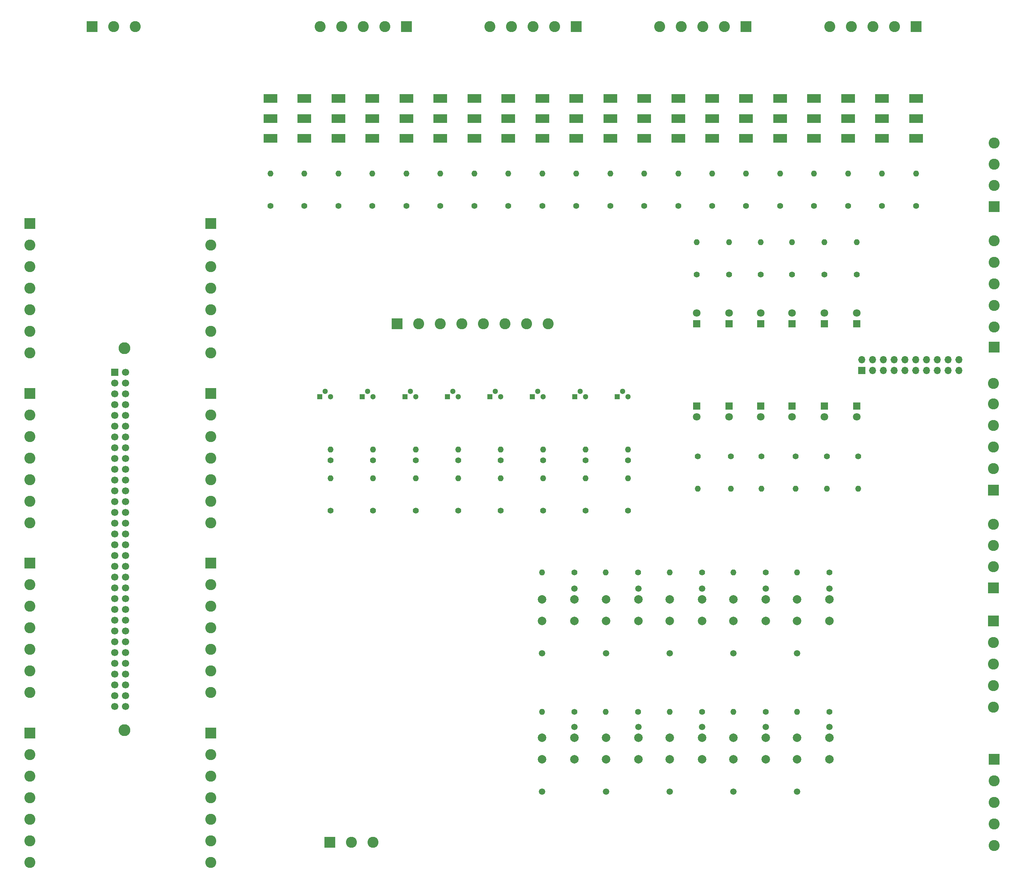
<source format=gbr>
G04 #@! TF.GenerationSoftware,KiCad,Pcbnew,(5.0.0)*
G04 #@! TF.CreationDate,2019-11-29T15:14:27+00:00*
G04 #@! TF.ProjectId,Board Tester,426F617264205465737465722E6B6963,rev?*
G04 #@! TF.SameCoordinates,Original*
G04 #@! TF.FileFunction,Soldermask,Top*
G04 #@! TF.FilePolarity,Negative*
%FSLAX46Y46*%
G04 Gerber Fmt 4.6, Leading zero omitted, Abs format (unit mm)*
G04 Created by KiCad (PCBNEW (5.0.0)) date 11/29/19 15:14:27*
%MOMM*%
%LPD*%
G01*
G04 APERTURE LIST*
%ADD10C,2.000000*%
%ADD11C,1.500000*%
%ADD12R,2.600000X2.600000*%
%ADD13C,2.600000*%
%ADD14O,1.700000X1.700000*%
%ADD15R,1.700000X1.700000*%
%ADD16R,1.800000X1.800000*%
%ADD17C,1.800000*%
%ADD18C,1.700000*%
%ADD19C,2.800000*%
%ADD20C,1.400000*%
%ADD21O,1.400000X1.400000*%
%ADD22R,3.302000X2.032000*%
%ADD23C,1.300000*%
%ADD24R,1.300000X1.300000*%
G04 APERTURE END LIST*
D10*
G04 #@! TO.C,SW1*
X224990000Y-186200000D03*
X232610000Y-186200000D03*
X224990000Y-181120000D03*
X232610000Y-181120000D03*
D11*
X224990000Y-193820000D03*
X232610000Y-178580000D03*
G04 #@! TD*
D10*
G04 #@! TO.C,SW2*
X239990000Y-186200000D03*
X247610000Y-186200000D03*
X239990000Y-181120000D03*
X247610000Y-181120000D03*
D11*
X239990000Y-193820000D03*
X247610000Y-178580000D03*
G04 #@! TD*
D10*
G04 #@! TO.C,SW3*
X254990000Y-186200000D03*
X262610000Y-186200000D03*
X254990000Y-181120000D03*
X262610000Y-181120000D03*
D11*
X254990000Y-193820000D03*
X262610000Y-178580000D03*
G04 #@! TD*
D10*
G04 #@! TO.C,SW4*
X269990000Y-186200000D03*
X277610000Y-186200000D03*
X269990000Y-181120000D03*
X277610000Y-181120000D03*
D11*
X269990000Y-193820000D03*
X277610000Y-178580000D03*
G04 #@! TD*
D10*
G04 #@! TO.C,SW5*
X284990000Y-186200000D03*
X292610000Y-186200000D03*
X284990000Y-181120000D03*
X292610000Y-181120000D03*
D11*
X284990000Y-193820000D03*
X292610000Y-178580000D03*
G04 #@! TD*
D10*
G04 #@! TO.C,SW6*
X224990000Y-218800000D03*
X232610000Y-218800000D03*
X224990000Y-213720000D03*
X232610000Y-213720000D03*
D11*
X224990000Y-226420000D03*
X232610000Y-211180000D03*
G04 #@! TD*
D10*
G04 #@! TO.C,SW7*
X239990000Y-218800000D03*
X247610000Y-218800000D03*
X239990000Y-213720000D03*
X247610000Y-213720000D03*
D11*
X239990000Y-226420000D03*
X247610000Y-211180000D03*
G04 #@! TD*
D10*
G04 #@! TO.C,SW8*
X254990000Y-218800000D03*
X262610000Y-218800000D03*
X254990000Y-213720000D03*
X262610000Y-213720000D03*
D11*
X254990000Y-226420000D03*
X262610000Y-211180000D03*
G04 #@! TD*
D10*
G04 #@! TO.C,SW9*
X269990000Y-218800000D03*
X277610000Y-218800000D03*
X269990000Y-213720000D03*
X277610000Y-213720000D03*
D11*
X269990000Y-226420000D03*
X277610000Y-211180000D03*
G04 #@! TD*
D10*
G04 #@! TO.C,SW10*
X284990000Y-218800000D03*
X292610000Y-218800000D03*
X284990000Y-213720000D03*
X292610000Y-213720000D03*
D11*
X284990000Y-226420000D03*
X292610000Y-211180000D03*
G04 #@! TD*
D12*
G04 #@! TO.C,J21*
X190800000Y-116200000D03*
D13*
X195880000Y-116200000D03*
X200960000Y-116200000D03*
X206040000Y-116200000D03*
X211120000Y-116200000D03*
X216200000Y-116200000D03*
X221280000Y-116200000D03*
X226360000Y-116200000D03*
G04 #@! TD*
D14*
G04 #@! TO.C,J18*
X323060000Y-124660000D03*
X323060000Y-127200000D03*
X320520000Y-124660000D03*
X320520000Y-127200000D03*
X317980000Y-124660000D03*
X317980000Y-127200000D03*
X315440000Y-124660000D03*
X315440000Y-127200000D03*
X312900000Y-124660000D03*
X312900000Y-127200000D03*
X310360000Y-124660000D03*
X310360000Y-127200000D03*
X307820000Y-124660000D03*
X307820000Y-127200000D03*
X305280000Y-124660000D03*
X305280000Y-127200000D03*
X302740000Y-124660000D03*
X302740000Y-127200000D03*
X300200000Y-124660000D03*
D15*
X300200000Y-127200000D03*
G04 #@! TD*
D16*
G04 #@! TO.C,D1*
X261400000Y-135600000D03*
D17*
X261400000Y-138140000D03*
G04 #@! TD*
G04 #@! TO.C,D2*
X269000000Y-138140000D03*
D16*
X269000000Y-135600000D03*
G04 #@! TD*
D17*
G04 #@! TO.C,D3*
X276400000Y-138140000D03*
D16*
X276400000Y-135600000D03*
G04 #@! TD*
D17*
G04 #@! TO.C,D4*
X283800000Y-138140000D03*
D16*
X283800000Y-135600000D03*
G04 #@! TD*
G04 #@! TO.C,D5*
X291400000Y-135600000D03*
D17*
X291400000Y-138140000D03*
G04 #@! TD*
D16*
G04 #@! TO.C,D6*
X299000000Y-135600000D03*
D17*
X299000000Y-138140000D03*
G04 #@! TD*
G04 #@! TO.C,D7*
X299000000Y-113660000D03*
D16*
X299000000Y-116200000D03*
G04 #@! TD*
G04 #@! TO.C,D8*
X291400000Y-116200000D03*
D17*
X291400000Y-113660000D03*
G04 #@! TD*
D16*
G04 #@! TO.C,D9*
X283800000Y-116200000D03*
D17*
X283800000Y-113660000D03*
G04 #@! TD*
G04 #@! TO.C,D10*
X276400000Y-113660000D03*
D16*
X276400000Y-116200000D03*
G04 #@! TD*
G04 #@! TO.C,D11*
X269000000Y-116200000D03*
D17*
X269000000Y-113660000D03*
G04 #@! TD*
G04 #@! TO.C,D12*
X261400000Y-113660000D03*
D16*
X261400000Y-116200000D03*
G04 #@! TD*
D13*
G04 #@! TO.C,J0*
X129160000Y-46200000D03*
X124080000Y-46200000D03*
D12*
X119000000Y-46200000D03*
G04 #@! TD*
D15*
G04 #@! TO.C,J1*
X124400000Y-127600000D03*
D18*
X126940000Y-127600000D03*
X124400000Y-130140000D03*
X126940000Y-130140000D03*
X124400000Y-132680000D03*
X126940000Y-132680000D03*
X124400000Y-135220000D03*
X126940000Y-135220000D03*
X124400000Y-137760000D03*
X126940000Y-137760000D03*
X124400000Y-140300000D03*
X126940000Y-140300000D03*
X124400000Y-142840000D03*
X126940000Y-142840000D03*
X124400000Y-145380000D03*
X126940000Y-145380000D03*
X124400000Y-147920000D03*
X126940000Y-147920000D03*
X124400000Y-150460000D03*
X126940000Y-150460000D03*
X124400000Y-153000000D03*
X126940000Y-153000000D03*
X124400000Y-155540000D03*
X126940000Y-155540000D03*
X124400000Y-158080000D03*
X126940000Y-158080000D03*
X124400000Y-160620000D03*
X126940000Y-160620000D03*
X124400000Y-163160000D03*
X126940000Y-163160000D03*
X124400000Y-165700000D03*
X126940000Y-165700000D03*
X124400000Y-168240000D03*
X126940000Y-168240000D03*
X124400000Y-170780000D03*
X126940000Y-170780000D03*
X124400000Y-173320000D03*
X126940000Y-173320000D03*
X124400000Y-175860000D03*
X126940000Y-175860000D03*
X124400000Y-178400000D03*
X126940000Y-178400000D03*
X124400000Y-180940000D03*
X126940000Y-180940000D03*
X124400000Y-183480000D03*
X126940000Y-183480000D03*
X124400000Y-186020000D03*
X126940000Y-186020000D03*
X124400000Y-188560000D03*
X126940000Y-188560000D03*
X124400000Y-191100000D03*
X126940000Y-191100000D03*
X124400000Y-193640000D03*
X126940000Y-193640000D03*
X124400000Y-196180000D03*
X126940000Y-196180000D03*
X124400000Y-198720000D03*
X126940000Y-198720000D03*
X124400000Y-201260000D03*
X126940000Y-201260000D03*
X124400000Y-203800000D03*
X126940000Y-203800000D03*
X124400000Y-206340000D03*
X126940000Y-206340000D03*
D19*
X126640000Y-121970000D03*
X126640000Y-211970000D03*
G04 #@! TD*
D12*
G04 #@! TO.C,J2*
X146940000Y-92600000D03*
D13*
X146940000Y-97680000D03*
X146940000Y-102760000D03*
X146940000Y-107840000D03*
X146940000Y-112920000D03*
X146940000Y-118000000D03*
X146940000Y-123080000D03*
G04 #@! TD*
G04 #@! TO.C,J3*
X146940000Y-163080000D03*
X146940000Y-158000000D03*
X146940000Y-152920000D03*
X146940000Y-147840000D03*
X146940000Y-142760000D03*
X146940000Y-137680000D03*
D12*
X146940000Y-132600000D03*
G04 #@! TD*
G04 #@! TO.C,J4*
X146940000Y-172600000D03*
D13*
X146940000Y-177680000D03*
X146940000Y-182760000D03*
X146940000Y-187840000D03*
X146940000Y-192920000D03*
X146940000Y-198000000D03*
X146940000Y-203080000D03*
G04 #@! TD*
G04 #@! TO.C,J5*
X146940000Y-243080000D03*
X146940000Y-238000000D03*
X146940000Y-232920000D03*
X146940000Y-227840000D03*
X146940000Y-222760000D03*
X146940000Y-217680000D03*
D12*
X146940000Y-212600000D03*
G04 #@! TD*
G04 #@! TO.C,J6*
X104400000Y-92600000D03*
D13*
X104400000Y-97680000D03*
X104400000Y-102760000D03*
X104400000Y-107840000D03*
X104400000Y-112920000D03*
X104400000Y-118000000D03*
X104400000Y-123080000D03*
G04 #@! TD*
D12*
G04 #@! TO.C,J7*
X104400000Y-132600000D03*
D13*
X104400000Y-137680000D03*
X104400000Y-142760000D03*
X104400000Y-147840000D03*
X104400000Y-152920000D03*
X104400000Y-158000000D03*
X104400000Y-163080000D03*
G04 #@! TD*
G04 #@! TO.C,J8*
X104400000Y-203080000D03*
X104400000Y-198000000D03*
X104400000Y-192920000D03*
X104400000Y-187840000D03*
X104400000Y-182760000D03*
X104400000Y-177680000D03*
D12*
X104400000Y-172600000D03*
G04 #@! TD*
D13*
G04 #@! TO.C,J9*
X104400000Y-243080000D03*
X104400000Y-238000000D03*
X104400000Y-232920000D03*
X104400000Y-227840000D03*
X104400000Y-222760000D03*
X104400000Y-217680000D03*
D12*
X104400000Y-212600000D03*
G04 #@! TD*
D20*
G04 #@! TO.C,R1*
X232600000Y-174800000D03*
D21*
X224980000Y-174800000D03*
G04 #@! TD*
G04 #@! TO.C,R2*
X239980000Y-174800000D03*
D20*
X247600000Y-174800000D03*
G04 #@! TD*
G04 #@! TO.C,R3*
X262600000Y-174800000D03*
D21*
X254980000Y-174800000D03*
G04 #@! TD*
G04 #@! TO.C,R4*
X269980000Y-174800000D03*
D20*
X277600000Y-174800000D03*
G04 #@! TD*
G04 #@! TO.C,R5*
X292600000Y-174800000D03*
D21*
X284980000Y-174800000D03*
G04 #@! TD*
G04 #@! TO.C,R6*
X224980000Y-207600000D03*
D20*
X232600000Y-207600000D03*
G04 #@! TD*
G04 #@! TO.C,R7*
X247600000Y-207600000D03*
D21*
X239980000Y-207600000D03*
G04 #@! TD*
G04 #@! TO.C,R8*
X254980000Y-207600000D03*
D20*
X262600000Y-207600000D03*
G04 #@! TD*
G04 #@! TO.C,R9*
X277600000Y-207600000D03*
D21*
X269980000Y-207600000D03*
G04 #@! TD*
G04 #@! TO.C,R10*
X284980000Y-207600000D03*
D20*
X292600000Y-207600000D03*
G04 #@! TD*
D21*
G04 #@! TO.C,R11*
X241000000Y-80780000D03*
D20*
X241000000Y-88400000D03*
G04 #@! TD*
D21*
G04 #@! TO.C,R12*
X281000000Y-80780000D03*
D20*
X281000000Y-88400000D03*
G04 #@! TD*
G04 #@! TO.C,R13*
X249000000Y-88400000D03*
D21*
X249000000Y-80780000D03*
G04 #@! TD*
D20*
G04 #@! TO.C,R14*
X289000000Y-88400000D03*
D21*
X289000000Y-80780000D03*
G04 #@! TD*
G04 #@! TO.C,R15*
X257000000Y-80780000D03*
D20*
X257000000Y-88400000D03*
G04 #@! TD*
D21*
G04 #@! TO.C,R16*
X297000000Y-80780000D03*
D20*
X297000000Y-88400000D03*
G04 #@! TD*
G04 #@! TO.C,R17*
X265000000Y-88400000D03*
D21*
X265000000Y-80780000D03*
G04 #@! TD*
D20*
G04 #@! TO.C,R18*
X305000000Y-88400000D03*
D21*
X305000000Y-80780000D03*
G04 #@! TD*
G04 #@! TO.C,R19*
X273000000Y-80780000D03*
D20*
X273000000Y-88400000D03*
G04 #@! TD*
G04 #@! TO.C,R20*
X313000000Y-88400000D03*
D21*
X313000000Y-80780000D03*
G04 #@! TD*
D20*
G04 #@! TO.C,R21*
X161000000Y-88400000D03*
D21*
X161000000Y-80780000D03*
G04 #@! TD*
D20*
G04 #@! TO.C,R22*
X201000000Y-88400000D03*
D21*
X201000000Y-80780000D03*
G04 #@! TD*
G04 #@! TO.C,R23*
X169000000Y-80780000D03*
D20*
X169000000Y-88400000D03*
G04 #@! TD*
D21*
G04 #@! TO.C,R24*
X209000000Y-80780000D03*
D20*
X209000000Y-88400000D03*
G04 #@! TD*
G04 #@! TO.C,R25*
X177000000Y-88400000D03*
D21*
X177000000Y-80780000D03*
G04 #@! TD*
D20*
G04 #@! TO.C,R26*
X217000000Y-88400000D03*
D21*
X217000000Y-80780000D03*
G04 #@! TD*
G04 #@! TO.C,R27*
X185000000Y-80780000D03*
D20*
X185000000Y-88400000D03*
G04 #@! TD*
D21*
G04 #@! TO.C,R28*
X225000000Y-80780000D03*
D20*
X225000000Y-88400000D03*
G04 #@! TD*
G04 #@! TO.C,R29*
X193000000Y-88400000D03*
D21*
X193000000Y-80780000D03*
G04 #@! TD*
D20*
G04 #@! TO.C,R30*
X233000000Y-88400000D03*
D21*
X233000000Y-80780000D03*
G04 #@! TD*
D20*
G04 #@! TO.C,R31*
X261600000Y-147400000D03*
D21*
X261600000Y-155020000D03*
G04 #@! TD*
G04 #@! TO.C,R32*
X269400000Y-155020000D03*
D20*
X269400000Y-147400000D03*
G04 #@! TD*
G04 #@! TO.C,R33*
X276600000Y-147400000D03*
D21*
X276600000Y-155020000D03*
G04 #@! TD*
G04 #@! TO.C,R34*
X284600000Y-155020000D03*
D20*
X284600000Y-147400000D03*
G04 #@! TD*
G04 #@! TO.C,R35*
X292000000Y-147400000D03*
D21*
X292000000Y-155020000D03*
G04 #@! TD*
G04 #@! TO.C,R36*
X299400000Y-155020000D03*
D20*
X299400000Y-147400000D03*
G04 #@! TD*
G04 #@! TO.C,R37*
X299000000Y-104600000D03*
D21*
X299000000Y-96980000D03*
G04 #@! TD*
G04 #@! TO.C,R38*
X291400000Y-96980000D03*
D20*
X291400000Y-104600000D03*
G04 #@! TD*
G04 #@! TO.C,R39*
X283800000Y-104600000D03*
D21*
X283800000Y-96980000D03*
G04 #@! TD*
G04 #@! TO.C,R40*
X276400000Y-96980000D03*
D20*
X276400000Y-104600000D03*
G04 #@! TD*
D21*
G04 #@! TO.C,R41*
X269000000Y-96980000D03*
D20*
X269000000Y-104600000D03*
G04 #@! TD*
D21*
G04 #@! TO.C,R42*
X261400000Y-96980000D03*
D20*
X261400000Y-104600000D03*
G04 #@! TD*
D22*
G04 #@! TO.C,SW11*
X241000000Y-63101000D03*
X241000000Y-72499000D03*
X241000000Y-67800000D03*
G04 #@! TD*
G04 #@! TO.C,SW12*
X281000000Y-67800000D03*
X281000000Y-72499000D03*
X281000000Y-63101000D03*
G04 #@! TD*
G04 #@! TO.C,SW13*
X249000000Y-67800000D03*
X249000000Y-72499000D03*
X249000000Y-63101000D03*
G04 #@! TD*
G04 #@! TO.C,SW14*
X289000000Y-63101000D03*
X289000000Y-72499000D03*
X289000000Y-67800000D03*
G04 #@! TD*
G04 #@! TO.C,SW15*
X257000000Y-63101000D03*
X257000000Y-72499000D03*
X257000000Y-67800000D03*
G04 #@! TD*
G04 #@! TO.C,SW16*
X297000000Y-63101000D03*
X297000000Y-72499000D03*
X297000000Y-67800000D03*
G04 #@! TD*
G04 #@! TO.C,SW17*
X265000000Y-67800000D03*
X265000000Y-72499000D03*
X265000000Y-63101000D03*
G04 #@! TD*
G04 #@! TO.C,SW18*
X305000000Y-67800000D03*
X305000000Y-72499000D03*
X305000000Y-63101000D03*
G04 #@! TD*
G04 #@! TO.C,SW19*
X273000000Y-63101000D03*
X273000000Y-72499000D03*
X273000000Y-67800000D03*
G04 #@! TD*
G04 #@! TO.C,SW20*
X313000000Y-67800000D03*
X313000000Y-72499000D03*
X313000000Y-63101000D03*
G04 #@! TD*
G04 #@! TO.C,SW21*
X161000000Y-67800000D03*
X161000000Y-72499000D03*
X161000000Y-63101000D03*
G04 #@! TD*
G04 #@! TO.C,SW22*
X201000000Y-63101000D03*
X201000000Y-72499000D03*
X201000000Y-67800000D03*
G04 #@! TD*
G04 #@! TO.C,SW23*
X169000000Y-63101000D03*
X169000000Y-72499000D03*
X169000000Y-67800000D03*
G04 #@! TD*
G04 #@! TO.C,SW24*
X209000000Y-67800000D03*
X209000000Y-72499000D03*
X209000000Y-63101000D03*
G04 #@! TD*
G04 #@! TO.C,SW25*
X177000000Y-67800000D03*
X177000000Y-72499000D03*
X177000000Y-63101000D03*
G04 #@! TD*
G04 #@! TO.C,SW26*
X217000000Y-63101000D03*
X217000000Y-72499000D03*
X217000000Y-67800000D03*
G04 #@! TD*
G04 #@! TO.C,SW27*
X185000000Y-67800000D03*
X185000000Y-72499000D03*
X185000000Y-63101000D03*
G04 #@! TD*
G04 #@! TO.C,SW28*
X225000000Y-67800000D03*
X225000000Y-72499000D03*
X225000000Y-63101000D03*
G04 #@! TD*
G04 #@! TO.C,SW29*
X193000000Y-63101000D03*
X193000000Y-72499000D03*
X193000000Y-67800000D03*
G04 #@! TD*
G04 #@! TO.C,SW30*
X233000000Y-63101000D03*
X233000000Y-72499000D03*
X233000000Y-67800000D03*
G04 #@! TD*
D13*
G04 #@! TO.C,J10*
X331200000Y-206520000D03*
X331200000Y-201440000D03*
X331200000Y-196360000D03*
X331200000Y-191280000D03*
D12*
X331200000Y-186200000D03*
G04 #@! TD*
G04 #@! TO.C,J11*
X331400000Y-218800000D03*
D13*
X331400000Y-223880000D03*
X331400000Y-228960000D03*
X331400000Y-234040000D03*
X331400000Y-239120000D03*
G04 #@! TD*
G04 #@! TO.C,J12*
X252680000Y-46200000D03*
X257760000Y-46200000D03*
X262840000Y-46200000D03*
X267920000Y-46200000D03*
D12*
X273000000Y-46200000D03*
G04 #@! TD*
D13*
G04 #@! TO.C,J13*
X292680000Y-46200000D03*
X297760000Y-46200000D03*
X302840000Y-46200000D03*
X307920000Y-46200000D03*
D12*
X313000000Y-46200000D03*
G04 #@! TD*
G04 #@! TO.C,J14*
X193000000Y-46200000D03*
D13*
X187920000Y-46200000D03*
X182840000Y-46200000D03*
X177760000Y-46200000D03*
X172680000Y-46200000D03*
G04 #@! TD*
D12*
G04 #@! TO.C,J15*
X233000000Y-46200000D03*
D13*
X227920000Y-46200000D03*
X222840000Y-46200000D03*
X217760000Y-46200000D03*
X212680000Y-46200000D03*
G04 #@! TD*
G04 #@! TO.C,J16*
X331200000Y-130200000D03*
X331200000Y-135080000D03*
X331200000Y-140160000D03*
X331200000Y-145240000D03*
X331200000Y-150320000D03*
D12*
X331200000Y-155400000D03*
G04 #@! TD*
G04 #@! TO.C,J17*
X331400000Y-121660000D03*
D13*
X331400000Y-116920000D03*
X331400000Y-111840000D03*
X331400000Y-106760000D03*
X331400000Y-101680000D03*
X331400000Y-96600000D03*
G04 #@! TD*
D12*
G04 #@! TO.C,J19*
X331200000Y-178400000D03*
D13*
X331200000Y-173400000D03*
X331200000Y-168400000D03*
X331200000Y-163400000D03*
G04 #@! TD*
D12*
G04 #@! TO.C,J20*
X331400000Y-88600000D03*
D13*
X331400000Y-83600000D03*
X331400000Y-78600000D03*
X331400000Y-73600000D03*
G04 #@! TD*
G04 #@! TO.C,J22*
X185160000Y-238400000D03*
X180080000Y-238400000D03*
D12*
X175000000Y-238400000D03*
G04 #@! TD*
D21*
G04 #@! TO.C,NE1*
X175200000Y-145860000D03*
D20*
X175200000Y-148400000D03*
G04 #@! TD*
G04 #@! TO.C,NE2*
X185200000Y-148400000D03*
D21*
X185200000Y-145860000D03*
G04 #@! TD*
G04 #@! TO.C,NE3*
X195200000Y-145860000D03*
D20*
X195200000Y-148400000D03*
G04 #@! TD*
G04 #@! TO.C,NE4*
X205200000Y-148400000D03*
D21*
X205200000Y-145860000D03*
G04 #@! TD*
D20*
G04 #@! TO.C,NE5*
X215200000Y-148400000D03*
D21*
X215200000Y-145860000D03*
G04 #@! TD*
G04 #@! TO.C,NE6*
X225200000Y-145860000D03*
D20*
X225200000Y-148400000D03*
G04 #@! TD*
D21*
G04 #@! TO.C,NE7*
X235200000Y-145860000D03*
D20*
X235200000Y-148400000D03*
G04 #@! TD*
G04 #@! TO.C,NE8*
X245200000Y-148400000D03*
D21*
X245200000Y-145860000D03*
G04 #@! TD*
D23*
G04 #@! TO.C,Q1*
X173930000Y-132130000D03*
X175200000Y-133400000D03*
D24*
X172660000Y-133400000D03*
G04 #@! TD*
D23*
G04 #@! TO.C,Q2*
X183930000Y-132130000D03*
X185200000Y-133400000D03*
D24*
X182660000Y-133400000D03*
G04 #@! TD*
G04 #@! TO.C,Q3*
X192660000Y-133400000D03*
D23*
X195200000Y-133400000D03*
X193930000Y-132130000D03*
G04 #@! TD*
D24*
G04 #@! TO.C,Q4*
X202660000Y-133400000D03*
D23*
X205200000Y-133400000D03*
X203930000Y-132130000D03*
G04 #@! TD*
G04 #@! TO.C,Q5*
X213930000Y-132130000D03*
X215200000Y-133400000D03*
D24*
X212660000Y-133400000D03*
G04 #@! TD*
G04 #@! TO.C,Q6*
X222660000Y-133400000D03*
D23*
X225200000Y-133400000D03*
X223930000Y-132130000D03*
G04 #@! TD*
G04 #@! TO.C,Q7*
X233930000Y-132130000D03*
X235200000Y-133400000D03*
D24*
X232660000Y-133400000D03*
G04 #@! TD*
G04 #@! TO.C,Q8*
X242660000Y-133400000D03*
D23*
X245200000Y-133400000D03*
X243930000Y-132130000D03*
G04 #@! TD*
D21*
G04 #@! TO.C,R43*
X175200000Y-152580000D03*
D20*
X175200000Y-160200000D03*
G04 #@! TD*
D21*
G04 #@! TO.C,R44*
X185200000Y-152580000D03*
D20*
X185200000Y-160200000D03*
G04 #@! TD*
G04 #@! TO.C,R45*
X195200000Y-160200000D03*
D21*
X195200000Y-152580000D03*
G04 #@! TD*
D20*
G04 #@! TO.C,R46*
X205200000Y-160200000D03*
D21*
X205200000Y-152580000D03*
G04 #@! TD*
G04 #@! TO.C,R47*
X215200000Y-152580000D03*
D20*
X215200000Y-160200000D03*
G04 #@! TD*
G04 #@! TO.C,R48*
X225200000Y-160200000D03*
D21*
X225200000Y-152580000D03*
G04 #@! TD*
G04 #@! TO.C,R49*
X235200000Y-152580000D03*
D20*
X235200000Y-160200000D03*
G04 #@! TD*
G04 #@! TO.C,R50*
X245200000Y-160200000D03*
D21*
X245200000Y-152580000D03*
G04 #@! TD*
M02*

</source>
